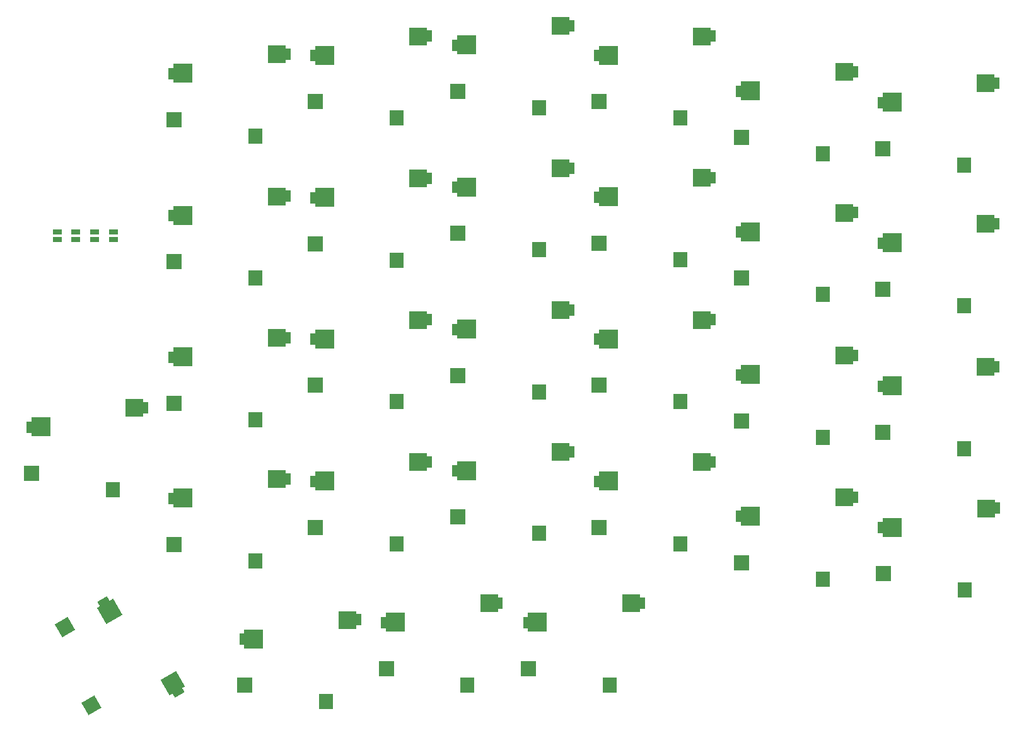
<source format=gbr>
%TF.GenerationSoftware,KiCad,Pcbnew,7.0.11-2.fc39*%
%TF.CreationDate,2024-05-11T16:30:22+02:00*%
%TF.ProjectId,Lily58_Pro,4c696c79-3538-45f5-9072-6f2e6b696361,rev?*%
%TF.SameCoordinates,Original*%
%TF.FileFunction,Paste,Bot*%
%TF.FilePolarity,Positive*%
%FSLAX46Y46*%
G04 Gerber Fmt 4.6, Leading zero omitted, Abs format (unit mm)*
G04 Created by KiCad (PCBNEW 7.0.11-2.fc39) date 2024-05-11 16:30:22*
%MOMM*%
%LPD*%
G01*
G04 APERTURE LIST*
G04 Aperture macros list*
%AMRotRect*
0 Rectangle, with rotation*
0 The origin of the aperture is its center*
0 $1 length*
0 $2 width*
0 $3 Rotation angle, in degrees counterclockwise*
0 Add horizontal line*
21,1,$1,$2,0,0,$3*%
G04 Aperture macros list end*
%ADD10RotRect,0.700000X1.500000X300.000000*%
%ADD11RotRect,2.000000X2.000000X120.000000*%
%ADD12RotRect,1.900000X2.000000X120.000000*%
%ADD13RotRect,2.500000X2.500000X120.000000*%
%ADD14RotRect,2.400000X2.400000X120.000000*%
%ADD15R,0.700000X1.500000*%
%ADD16R,2.000000X2.000000*%
%ADD17R,1.900000X2.000000*%
%ADD18R,2.500000X2.500000*%
%ADD19R,2.400000X2.400000*%
%ADD20R,1.143000X0.635000*%
G04 APERTURE END LIST*
D10*
%TO.C,SW26*%
X102915064Y-118388784D03*
X113016730Y-130685383D03*
D11*
X97745706Y-121835194D03*
D12*
X101290450Y-132374871D03*
D13*
X103749705Y-119754425D03*
D14*
X112249409Y-129396345D03*
%TD*%
D15*
%TO.C,SW29*%
X159600000Y-121250000D03*
X175300000Y-118650000D03*
D16*
X160000000Y-127450000D03*
D17*
X170900000Y-129650000D03*
D18*
X161200000Y-121210000D03*
D19*
X173800000Y-118670000D03*
%TD*%
D15*
%TO.C,SW28*%
X140500000Y-121250000D03*
X156200000Y-118650000D03*
D16*
X140900000Y-127450000D03*
D17*
X151800000Y-129650000D03*
D18*
X142100000Y-121210000D03*
D19*
X154700000Y-118670000D03*
%TD*%
D15*
%TO.C,SW27*%
X121500000Y-123500000D03*
X137200000Y-120900000D03*
D16*
X121900000Y-129700000D03*
D17*
X132800000Y-131900000D03*
D18*
X123100000Y-123460000D03*
D19*
X135700000Y-120920000D03*
%TD*%
D15*
%TO.C,SW25*%
X92900000Y-95000000D03*
X108600000Y-92400000D03*
D16*
X93300000Y-101200000D03*
D17*
X104200000Y-103400000D03*
D18*
X94500000Y-94960000D03*
D19*
X107100000Y-92420000D03*
%TD*%
D15*
%TO.C,SW24*%
X207250000Y-108500000D03*
X222950000Y-105900000D03*
D16*
X207650000Y-114700000D03*
D17*
X218550000Y-116900000D03*
D18*
X208850000Y-108460000D03*
D19*
X221450000Y-105920000D03*
%TD*%
D15*
%TO.C,SW23*%
X188200000Y-107000000D03*
X203900000Y-104400000D03*
D16*
X188600000Y-113200000D03*
D17*
X199500000Y-115400000D03*
D18*
X189800000Y-106960000D03*
D19*
X202400000Y-104420000D03*
%TD*%
D15*
%TO.C,SW22*%
X169100000Y-102300000D03*
X184800000Y-99700000D03*
D16*
X169500000Y-108500000D03*
D17*
X180400000Y-110700000D03*
D18*
X170700000Y-102260000D03*
D19*
X183300000Y-99720000D03*
%TD*%
D15*
%TO.C,SW21*%
X150100000Y-100900000D03*
X165800000Y-98300000D03*
D16*
X150500000Y-107100000D03*
D17*
X161400000Y-109300000D03*
D18*
X151700000Y-100860000D03*
D19*
X164300000Y-98320000D03*
%TD*%
D15*
%TO.C,SW20*%
X131000000Y-102300000D03*
X146700000Y-99700000D03*
D16*
X131400000Y-108500000D03*
D17*
X142300000Y-110700000D03*
D18*
X132600000Y-102260000D03*
D19*
X145200000Y-99720000D03*
%TD*%
D15*
%TO.C,SW19*%
X112000000Y-104600000D03*
X127700000Y-102000000D03*
D16*
X112400000Y-110800000D03*
D17*
X123300000Y-113000000D03*
D18*
X113600000Y-104560000D03*
D19*
X126200000Y-102020000D03*
%TD*%
D15*
%TO.C,SW18*%
X207200000Y-89500000D03*
X222900000Y-86900000D03*
D16*
X207600000Y-95700000D03*
D17*
X218500000Y-97900000D03*
D18*
X208800000Y-89460000D03*
D19*
X221400000Y-86920000D03*
%TD*%
D15*
%TO.C,SW17*%
X188200000Y-88000000D03*
X203900000Y-85400000D03*
D16*
X188600000Y-94200000D03*
D17*
X199500000Y-96400000D03*
D18*
X189800000Y-87960000D03*
D19*
X202400000Y-85420000D03*
%TD*%
D15*
%TO.C,SW16*%
X169100000Y-83200000D03*
X184800000Y-80600000D03*
D16*
X169500000Y-89400000D03*
D17*
X180400000Y-91600000D03*
D18*
X170700000Y-83160000D03*
D19*
X183300000Y-80620000D03*
%TD*%
D15*
%TO.C,SW15*%
X150100000Y-81900000D03*
X165800000Y-79300000D03*
D16*
X150500000Y-88100000D03*
D17*
X161400000Y-90300000D03*
D18*
X151700000Y-81860000D03*
D19*
X164300000Y-79320000D03*
%TD*%
D15*
%TO.C,SW14*%
X131000000Y-83200000D03*
X146700000Y-80600000D03*
D16*
X131400000Y-89400000D03*
D17*
X142300000Y-91600000D03*
D18*
X132600000Y-83160000D03*
D19*
X145200000Y-80620000D03*
%TD*%
D15*
%TO.C,SW13*%
X112000000Y-85600000D03*
X127700000Y-83000000D03*
D16*
X112400000Y-91800000D03*
D17*
X123300000Y-94000000D03*
D18*
X113600000Y-85560000D03*
D19*
X126200000Y-83020000D03*
%TD*%
D15*
%TO.C,SW12*%
X207200000Y-70300000D03*
X222900000Y-67700000D03*
D16*
X207600000Y-76500000D03*
D17*
X218500000Y-78700000D03*
D18*
X208800000Y-70260000D03*
D19*
X221400000Y-67720000D03*
%TD*%
D15*
%TO.C,SW11*%
X188200000Y-68800000D03*
X203900000Y-66200000D03*
D16*
X188600000Y-75000000D03*
D17*
X199500000Y-77200000D03*
D18*
X189800000Y-68760000D03*
D19*
X202400000Y-66220000D03*
%TD*%
D15*
%TO.C,SW10*%
X169100000Y-64100000D03*
X184800000Y-61500000D03*
D16*
X169500000Y-70300000D03*
D17*
X180400000Y-72500000D03*
D18*
X170700000Y-64060000D03*
D19*
X183300000Y-61520000D03*
%TD*%
D15*
%TO.C,SW9*%
X150100000Y-62800000D03*
X165800000Y-60200000D03*
D16*
X150500000Y-69000000D03*
D17*
X161400000Y-71200000D03*
D18*
X151700000Y-62760000D03*
D19*
X164300000Y-60220000D03*
%TD*%
D15*
%TO.C,SW8*%
X131000000Y-64200000D03*
X146700000Y-61600000D03*
D16*
X131400000Y-70400000D03*
D17*
X142300000Y-72600000D03*
D18*
X132600000Y-64160000D03*
D19*
X145200000Y-61620000D03*
%TD*%
D15*
%TO.C,SW7*%
X112000000Y-66600000D03*
X127700000Y-64000000D03*
D16*
X112400000Y-72800000D03*
D17*
X123300000Y-75000000D03*
D18*
X113600000Y-66560000D03*
D19*
X126200000Y-64020000D03*
%TD*%
D15*
%TO.C,SW6*%
X207200000Y-51400000D03*
X222900000Y-48800000D03*
D16*
X207600000Y-57600000D03*
D17*
X218500000Y-59800000D03*
D18*
X208800000Y-51360000D03*
D19*
X221400000Y-48820000D03*
%TD*%
D15*
%TO.C,SW5*%
X188200000Y-49900000D03*
X203900000Y-47300000D03*
D16*
X188600000Y-56100000D03*
D17*
X199500000Y-58300000D03*
D18*
X189800000Y-49860000D03*
D19*
X202400000Y-47320000D03*
%TD*%
D15*
%TO.C,SW4*%
X169100000Y-45100000D03*
X184800000Y-42500000D03*
D16*
X169500000Y-51300000D03*
D17*
X180400000Y-53500000D03*
D18*
X170700000Y-45060000D03*
D19*
X183300000Y-42520000D03*
%TD*%
D15*
%TO.C,SW3*%
X150100000Y-43710000D03*
X165800000Y-41110000D03*
D16*
X150500000Y-49910000D03*
D17*
X161400000Y-52110000D03*
D18*
X151700000Y-43670000D03*
D19*
X164300000Y-41130000D03*
%TD*%
D15*
%TO.C,SW2*%
X131000000Y-45100000D03*
X146700000Y-42500000D03*
D16*
X131400000Y-51300000D03*
D17*
X142300000Y-53500000D03*
D18*
X132600000Y-45060000D03*
D19*
X145200000Y-42520000D03*
%TD*%
D15*
%TO.C,SW1*%
X112000000Y-47500000D03*
X127700000Y-44900000D03*
D16*
X112400000Y-53700000D03*
D17*
X123300000Y-55900000D03*
D18*
X113600000Y-47460000D03*
D19*
X126200000Y-44920000D03*
%TD*%
D20*
%TO.C,JP5*%
X104300000Y-68799620D03*
X104300000Y-69800380D03*
%TD*%
%TO.C,JP6*%
X101700000Y-69800380D03*
X101700000Y-68799620D03*
%TD*%
%TO.C,JP7*%
X99200000Y-68799620D03*
X99200000Y-69800380D03*
%TD*%
%TO.C,JP8*%
X96700000Y-69800380D03*
X96700000Y-68799620D03*
%TD*%
M02*

</source>
